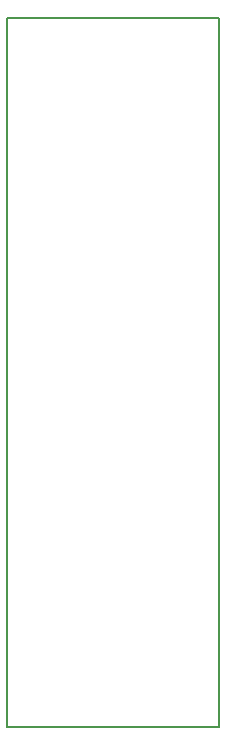
<source format=gbr>
G04 #@! TF.GenerationSoftware,KiCad,Pcbnew,(5.1.5-0-10_14)*
G04 #@! TF.CreationDate,2020-03-08T20:48:31+01:00*
G04 #@! TF.ProjectId,sensorHead,73656e73-6f72-4486-9561-642e6b696361,rev?*
G04 #@! TF.SameCoordinates,Original*
G04 #@! TF.FileFunction,Profile,NP*
%FSLAX46Y46*%
G04 Gerber Fmt 4.6, Leading zero omitted, Abs format (unit mm)*
G04 Created by KiCad (PCBNEW (5.1.5-0-10_14)) date 2020-03-08 20:48:31*
%MOMM*%
%LPD*%
G04 APERTURE LIST*
%ADD10C,0.200000*%
G04 APERTURE END LIST*
D10*
X67998722Y-110000444D02*
X67998722Y-110000444D01*
X67998722Y-80000222D02*
X67998722Y-110000444D01*
X67998722Y-50000000D02*
X67998722Y-80000222D01*
X58999361Y-50000000D02*
X67998722Y-50000000D01*
X50000000Y-50000000D02*
X58999361Y-50000000D01*
X50000000Y-80000222D02*
X50000000Y-50000000D01*
X50000000Y-110000444D02*
X50000000Y-80000222D01*
X58999361Y-110000444D02*
X50000000Y-110000444D01*
X67998722Y-110000444D02*
X58999361Y-110000444D01*
M02*

</source>
